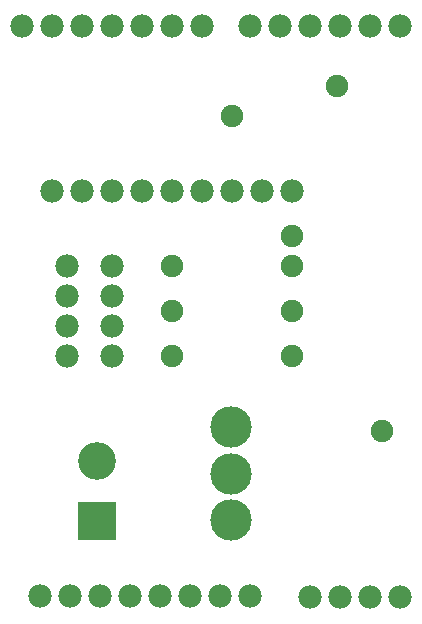
<source format=gtl>
G04 MADE WITH FRITZING*
G04 WWW.FRITZING.ORG*
G04 DOUBLE SIDED*
G04 HOLES PLATED*
G04 CONTOUR ON CENTER OF CONTOUR VECTOR*
%ASAXBY*%
%FSLAX23Y23*%
%MOIN*%
%OFA0B0*%
%SFA1.0B1.0*%
%ADD10C,0.075000*%
%ADD11C,0.078000*%
%ADD12C,0.125984*%
%ADD13C,0.137795*%
%ADD14R,0.125984X0.125984*%
%LNCOPPER1*%
G90*
G70*
G54D10*
X981Y879D03*
X581Y879D03*
X981Y1029D03*
X581Y1029D03*
X981Y1179D03*
X581Y1179D03*
G54D11*
X381Y879D03*
X381Y979D03*
X381Y1079D03*
X381Y1179D03*
X231Y879D03*
X231Y979D03*
X231Y1079D03*
X231Y1179D03*
X843Y79D03*
X743Y79D03*
X643Y79D03*
X543Y79D03*
X443Y79D03*
X343Y79D03*
X243Y79D03*
X143Y79D03*
X981Y1429D03*
X881Y1429D03*
X781Y1429D03*
X681Y1429D03*
X581Y1429D03*
X481Y1429D03*
X381Y1429D03*
X281Y1429D03*
X181Y1429D03*
G54D10*
X781Y1679D03*
X1131Y1779D03*
X1281Y629D03*
X981Y1279D03*
G54D12*
X331Y329D03*
X331Y529D03*
G54D11*
X681Y1979D03*
X581Y1979D03*
X481Y1979D03*
X381Y1979D03*
X281Y1979D03*
X181Y1979D03*
X81Y1979D03*
X1343Y75D03*
X1243Y75D03*
X1143Y75D03*
X1043Y75D03*
X1343Y1979D03*
X1243Y1979D03*
X1143Y1979D03*
X1043Y1979D03*
X943Y1979D03*
X843Y1979D03*
G54D13*
X777Y644D03*
X777Y488D03*
X777Y332D03*
G54D14*
X331Y329D03*
G04 End of Copper1*
M02*
</source>
